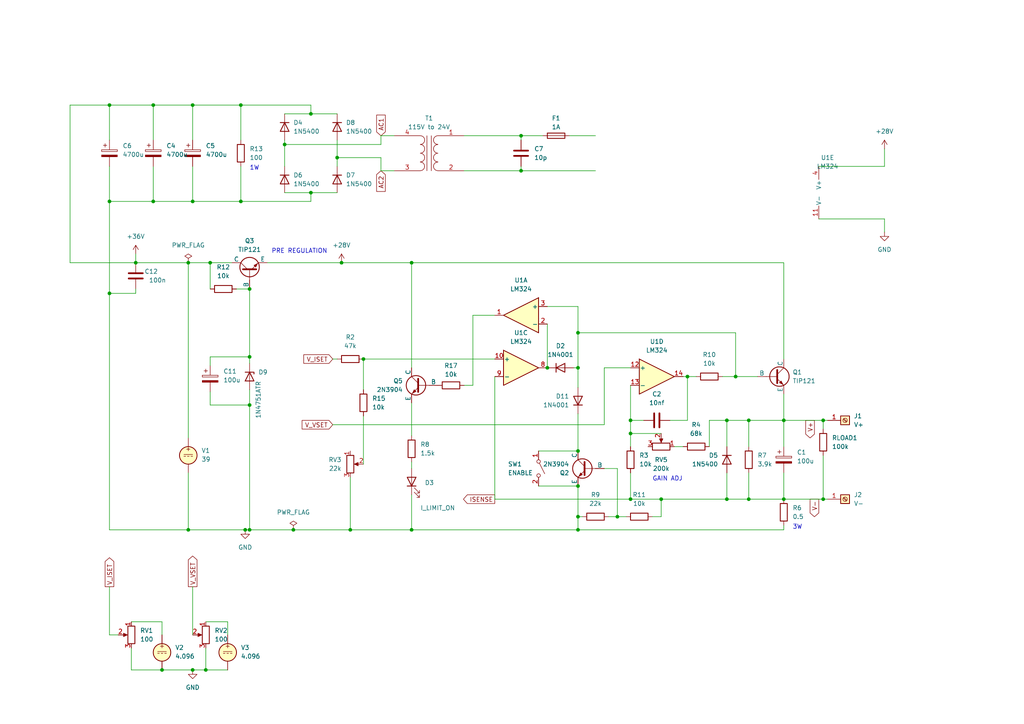
<source format=kicad_sch>
(kicad_sch (version 20230121) (generator eeschema)
  (paper "A4")
  (junction (at 113.03 265.43))
  (junction (at 59.69 194.31))
  (junction (at 90.17 55.88))
  (junction (at 167.64 149.86))
  (junction (at 49.53 246.38))
  (junction (at 109.22 299.72))
  (junction (at 31.75 58.42))
  (junction (at 167.64 153.67))
  (junction (at 86.36 257.81))
  (junction (at 119.38 76.2))
  (junction (at 217.17 144.78))
  (junction (at 144.78 280.67))
  (junction (at 210.82 121.92))
  (junction (at 69.85 58.42))
  (junction (at 213.36 109.22))
  (junction (at 71.12 153.67))
  (junction (at 82.55 41.91))
  (junction (at 199.39 109.22))
  (junction (at 167.64 96.52))
  (junction (at 158.75 106.68))
  (junction (at 167.64 140.97))
  (junction (at 35.56 288.29))
  (junction (at 238.76 275.59))
  (junction (at 167.64 106.68))
  (junction (at 54.61 354.33))
  (junction (at 179.07 149.86))
  (junction (at 227.33 121.92))
  (junction (at 210.82 144.78))
  (junction (at 76.2 257.81))
  (junction (at 119.38 153.67))
  (junction (at 31.75 85.09))
  (junction (at 45.72 288.29))
  (junction (at 55.88 194.31))
  (junction (at 55.88 58.42))
  (junction (at 97.79 45.72))
  (junction (at 151.13 49.53))
  (junction (at 55.88 30.48))
  (junction (at 85.09 153.67))
  (junction (at 191.77 144.78))
  (junction (at 72.39 83.82))
  (junction (at 60.96 76.2))
  (junction (at 67.31 344.17))
  (junction (at 69.85 278.13))
  (junction (at 238.76 121.92))
  (junction (at 72.39 117.475))
  (junction (at 105.41 104.14))
  (junction (at 54.61 153.67))
  (junction (at 44.45 30.48))
  (junction (at 182.88 121.92))
  (junction (at 54.61 76.2))
  (junction (at 99.06 257.81))
  (junction (at 201.93 311.15))
  (junction (at 238.76 144.78))
  (junction (at 120.65 280.67))
  (junction (at 63.5 288.29))
  (junction (at 67.31 354.33))
  (junction (at 182.88 125.73))
  (junction (at 46.99 194.31))
  (junction (at 130.81 345.44))
  (junction (at 182.88 144.78))
  (junction (at 35.56 246.38))
  (junction (at 217.17 121.92))
  (junction (at 135.89 288.29))
  (junction (at 69.85 30.48))
  (junction (at 151.13 39.37))
  (junction (at 3.81 259.08))
  (junction (at 90.17 33.02))
  (junction (at 167.64 130.81))
  (junction (at 39.37 76.2))
  (junction (at 99.06 76.2))
  (junction (at 227.33 144.78))
  (junction (at 120.65 353.06))
  (junction (at 101.6 153.67))
  (junction (at 44.45 58.42))
  (junction (at 121.92 288.29))
  (junction (at 31.75 30.48))
  (junction (at 72.39 103.505))
  (junction (at 72.39 153.67))
  (wire (pts (xy 120.65 353.06) (xy 130.81 353.06)))
  (wire (pts (xy 167.64 88.9) (xy 167.64 96.52)))
  (wire (pts (xy 156.21 140.97) (xy 167.64 140.97)))
  (wire (pts (xy 55.88 30.48) (xy 55.88 40.64)))
  (wire (pts (xy 54.61 351.79) (xy 54.61 354.33)))
  (wire (pts (xy 135.89 331.47) (xy 152.4 331.47)))
  (wire (pts (xy 60.96 113.665) (xy 60.96 117.475)))
  (wire (pts (xy 100.33 299.72) (xy 109.22 299.72)))
  (wire (pts (xy 135.89 288.29) (xy 177.8 288.29)))
  (wire (pts (xy 137.16 91.44) (xy 137.16 111.76)))
  (wire (pts (xy 182.88 111.76) (xy 182.88 121.92)))
  (wire (pts (xy 7.62 243.84) (xy 20.32 243.84)))
  (wire (pts (xy 97.79 45.72) (xy 110.49 45.72)))
  (wire (pts (xy 172.72 313.69) (xy 204.47 313.69)))
  (wire (pts (xy 72.39 117.475) (xy 72.39 153.67)))
  (wire (pts (xy 177.8 288.29) (xy 177.8 285.75)))
  (wire (pts (xy 162.56 377.19) (xy 128.27 377.19)))
  (wire (pts (xy 132.08 288.29) (xy 135.89 288.29)))
  (wire (pts (xy 167.64 149.86) (xy 167.64 153.67)))
  (wire (pts (xy 39.37 73.66) (xy 39.37 76.2)))
  (wire (pts (xy 31.75 170.18) (xy 31.75 184.15)))
  (wire (pts (xy 151.13 49.53) (xy 172.72 49.53)))
  (wire (pts (xy 31.75 58.42) (xy 31.75 85.09)))
  (wire (pts (xy 137.16 91.44) (xy 143.51 91.44)))
  (wire (pts (xy 118.11 285.75) (xy 104.14 285.75)))
  (wire (pts (xy 158.75 88.9) (xy 167.64 88.9)))
  (wire (pts (xy 99.06 76.2) (xy 119.38 76.2)))
  (wire (pts (xy 31.75 153.67) (xy 54.61 153.67)))
  (wire (pts (xy 237.49 48.26) (xy 256.54 48.26)))
  (wire (pts (xy 69.85 30.48) (xy 69.85 40.64)))
  (wire (pts (xy 152.4 328.93) (xy 144.78 328.93)))
  (wire (pts (xy 44.45 30.48) (xy 55.88 30.48)))
  (wire (pts (xy 191.77 149.86) (xy 191.77 144.78)))
  (wire (pts (xy 148.59 311.15) (xy 148.59 312.42)))
  (wire (pts (xy 196.85 321.31) (xy 196.85 332.74)))
  (wire (pts (xy 217.17 129.54) (xy 217.17 121.92)))
  (wire (pts (xy 151.13 39.37) (xy 157.48 39.37)))
  (wire (pts (xy 35.56 284.48) (xy 35.56 288.29)))
  (wire (pts (xy 128.27 363.22) (xy 134.62 363.22)))
  (wire (pts (xy 44.45 30.48) (xy 44.45 40.64)))
  (wire (pts (xy 182.88 137.16) (xy 182.88 144.78)))
  (wire (pts (xy 109.22 309.88) (xy 109.22 326.39)))
  (wire (pts (xy 217.17 121.92) (xy 227.33 121.92)))
  (wire (pts (xy 191.77 326.39) (xy 191.77 337.82)))
  (wire (pts (xy 60.96 83.82) (xy 60.96 76.2)))
  (wire (pts (xy 90.17 58.42) (xy 69.85 58.42)))
  (wire (pts (xy 205.74 121.92) (xy 210.82 121.92)))
  (wire (pts (xy 49.53 236.22) (xy 49.53 233.68)))
  (wire (pts (xy 196.85 332.74) (xy 204.47 332.74)))
  (wire (pts (xy 96.52 104.14) (xy 97.79 104.14)))
  (wire (pts (xy 67.31 344.17) (xy 80.01 344.17)))
  (wire (pts (xy 59.69 180.34) (xy 66.04 180.34)))
  (wire (pts (xy 66.04 184.15) (xy 66.04 180.34)))
  (wire (pts (xy 35.56 246.38) (xy 35.56 255.27)))
  (wire (pts (xy 119.38 153.67) (xy 167.64 153.67)))
  (wire (pts (xy 152.4 294.64) (xy 148.59 294.64)))
  (wire (pts (xy 227.33 129.54) (xy 227.33 121.92)))
  (wire (pts (xy 179.07 149.86) (xy 181.61 149.86)))
  (wire (pts (xy 31.75 58.42) (xy 44.45 58.42)))
  (wire (pts (xy 213.36 96.52) (xy 213.36 109.22)))
  (wire (pts (xy 213.36 109.22) (xy 219.71 109.22)))
  (wire (pts (xy 60.96 117.475) (xy 72.39 117.475)))
  (wire (pts (xy 167.64 140.97) (xy 167.64 149.86)))
  (wire (pts (xy 148.59 294.64) (xy 148.59 298.45)))
  (wire (pts (xy 167.64 106.68) (xy 167.64 96.52)))
  (wire (pts (xy 220.98 275.59) (xy 238.76 275.59)))
  (wire (pts (xy 3.81 248.92) (xy 3.81 259.08)))
  (wire (pts (xy 143.51 109.22) (xy 143.51 144.78)))
  (wire (pts (xy 90.17 55.88) (xy 90.17 58.42)))
  (wire (pts (xy 200.66 298.45) (xy 200.66 303.53)))
  (wire (pts (xy 72.39 113.03) (xy 72.39 117.475)))
  (wire (pts (xy 82.55 55.88) (xy 90.17 55.88)))
  (wire (pts (xy 177.8 285.75) (xy 195.58 285.75)))
  (wire (pts (xy 55.88 30.48) (xy 69.85 30.48)))
  (wire (pts (xy 238.76 121.92) (xy 240.03 121.92)))
  (wire (pts (xy 54.61 354.33) (xy 54.61 356.87)))
  (wire (pts (xy 68.58 83.82) (xy 72.39 83.82)))
  (wire (pts (xy 200.66 311.15) (xy 201.93 311.15)))
  (wire (pts (xy 80.01 351.79) (xy 80.01 354.33)))
  (wire (pts (xy 167.64 120.015) (xy 167.64 130.81)))
  (wire (pts (xy 86.36 257.81) (xy 86.36 270.51)))
  (wire (pts (xy 201.93 320.04) (xy 201.93 322.58)))
  (wire (pts (xy 76.2 241.3) (xy 76.2 247.65)))
  (wire (pts (xy 39.37 83.82) (xy 39.37 85.09)))
  (wire (pts (xy 118.11 334.01) (xy 118.11 285.75)))
  (wire (pts (xy 179.07 135.89) (xy 179.07 149.86)))
  (wire (pts (xy 172.72 318.77) (xy 204.47 318.77)))
  (wire (pts (xy 90.17 33.02) (xy 97.79 33.02)))
  (wire (pts (xy 227.33 137.16) (xy 227.33 144.78)))
  (wire (pts (xy 69.85 278.13) (xy 73.66 278.13)))
  (wire (pts (xy 39.37 302.26) (xy 35.56 302.26)))
  (wire (pts (xy 227.33 121.92) (xy 227.33 114.3)))
  (wire (pts (xy 158.75 93.98) (xy 158.75 106.68)))
  (wire (pts (xy 45.72 285.75) (xy 45.72 288.29)))
  (wire (pts (xy 209.55 109.22) (xy 213.36 109.22)))
  (wire (pts (xy 90.17 55.88) (xy 97.79 55.88)))
  (wire (pts (xy 119.38 76.2) (xy 119.38 106.68)))
  (wire (pts (xy 49.53 243.84) (xy 49.53 246.38)))
  (wire (pts (xy 55.88 194.31) (xy 59.69 194.31)))
  (wire (pts (xy 204.47 308.61) (xy 204.47 298.45)))
  (wire (pts (xy 104.14 278.13) (xy 109.22 278.13)))
  (wire (pts (xy 60.96 103.505) (xy 60.96 106.045)))
  (wire (pts (xy 46.99 194.31) (xy 55.88 194.31)))
  (wire (pts (xy 49.53 233.68) (xy 54.61 233.68)))
  (wire (pts (xy 38.1 180.34) (xy 46.99 180.34)))
  (wire (pts (xy 227.33 144.78) (xy 238.76 144.78)))
  (wire (pts (xy 45.72 275.59) (xy 50.8 275.59)))
  (wire (pts (xy 172.72 323.85) (xy 194.31 323.85)))
  (wire (pts (xy 67.31 351.79) (xy 67.31 354.33)))
  (wire (pts (xy 60.96 76.2) (xy 67.31 76.2)))
  (wire (pts (xy 132.08 265.43) (xy 132.08 262.89)))
  (wire (pts (xy 82.55 41.91) (xy 110.49 41.91)))
  (wire (pts (xy 45.72 278.13) (xy 45.72 275.59)))
  (wire (pts (xy 54.61 354.33) (xy 67.31 354.33)))
  (wire (pts (xy 97.79 40.64) (xy 97.79 45.72)))
  (wire (pts (xy 69.85 48.26) (xy 69.85 58.42)))
  (wire (pts (xy 120.65 353.06) (xy 120.65 355.6)))
  (wire (pts (xy 173.99 283.21) (xy 195.58 283.21)))
  (wire (pts (xy 194.31 323.85) (xy 194.31 335.28)))
  (wire (pts (xy 49.53 246.38) (xy 69.85 246.38)))
  (wire (pts (xy 54.61 153.67) (xy 71.12 153.67)))
  (wire (pts (xy 110.49 49.53) (xy 114.3 49.53)))
  (wire (pts (xy 152.4 303.53) (xy 152.4 294.64)))
  (wire (pts (xy 54.61 137.16) (xy 54.61 153.67)))
  (wire (pts (xy 256.54 48.26) (xy 256.54 43.18)))
  (wire (pts (xy 179.07 135.89) (xy 175.26 135.89)))
  (wire (pts (xy 100.33 302.26) (xy 100.33 299.72)))
  (wire (pts (xy 106.68 345.44) (xy 113.03 345.44)))
  (wire (pts (xy 76.2 257.81) (xy 86.36 257.81)))
  (wire (pts (xy 119.38 133.985) (xy 119.38 135.89)))
  (wire (pts (xy 143.51 144.78) (xy 182.88 144.78)))
  (wire (pts (xy 38.1 246.38) (xy 35.56 246.38)))
  (wire (pts (xy 45.72 246.38) (xy 49.53 246.38)))
  (wire (pts (xy 69.85 246.38) (xy 69.85 278.13)))
  (wire (pts (xy 167.64 149.86) (xy 168.91 149.86)))
  (wire (pts (xy 62.23 344.17) (xy 67.31 344.17)))
  (wire (pts (xy 204.47 298.45) (xy 200.66 298.45)))
  (wire (pts (xy 20.32 76.2) (xy 39.37 76.2)))
  (wire (pts (xy 3.81 248.92) (xy 20.32 248.92)))
  (wire (pts (xy 182.88 106.68) (xy 175.26 106.68)))
  (wire (pts (xy 172.72 298.45) (xy 172.72 303.53)))
  (wire (pts (xy 69.85 30.48) (xy 90.17 30.48)))
  (wire (pts (xy 67.31 354.33) (xy 80.01 354.33)))
  (wire (pts (xy 21.59 255.27) (xy 27.94 255.27)))
  (wire (pts (xy 101.6 138.43) (xy 101.6 153.67)))
  (wire (pts (xy 24.13 276.86) (xy 35.56 276.86)))
  (wire (pts (xy 86.36 257.81) (xy 99.06 257.81)))
  (wire (pts (xy 82.55 41.91) (xy 82.55 48.26)))
  (wire (pts (xy 119.38 76.2) (xy 227.33 76.2)))
  (wire (pts (xy 172.72 316.23) (xy 204.47 316.23)))
  (wire (pts (xy 90.17 33.02) (xy 90.17 30.48)))
  (wire (pts (xy 45.72 288.29) (xy 63.5 288.29)))
  (wire (pts (xy 227.33 153.67) (xy 227.33 152.4)))
  (wire (pts (xy 194.31 121.92) (xy 199.39 121.92)))
  (wire (pts (xy 46.99 332.74) (xy 46.99 344.17)))
  (wire (pts (xy 134.62 39.37) (xy 151.13 39.37)))
  (wire (pts (xy 110.49 39.37) (xy 110.49 41.91)))
  (wire (pts (xy 20.32 30.48) (xy 20.32 76.2)))
  (wire (pts (xy 63.5 288.29) (xy 73.66 288.29)))
  (wire (pts (xy 204.47 320.04) (xy 201.93 320.04)))
  (wire (pts (xy 256.54 63.5) (xy 256.54 67.31)))
  (wire (pts (xy 72.39 83.82) (xy 72.39 103.505)))
  (wire (pts (xy 121.92 290.83) (xy 121.92 288.29)))
  (wire (pts (xy 204.47 327.66) (xy 204.47 320.04)))
  (wire (pts (xy 85.09 153.67) (xy 101.6 153.67)))
  (wire (pts (xy 201.93 311.15) (xy 204.47 311.15)))
  (wire (pts (xy 39.37 295.91) (xy 39.37 302.26)))
  (wire (pts (xy 151.13 39.37) (xy 151.13 40.64)))
  (wire (pts (xy 121.92 288.29) (xy 124.46 288.29)))
  (wire (pts (xy 208.28 262.89) (xy 208.28 270.51)))
  (wire (pts (xy 191.77 144.78) (xy 210.82 144.78)))
  (wire (pts (xy 77.47 76.2) (xy 99.06 76.2)))
  (wire (pts (xy 60.96 103.505) (xy 72.39 103.505)))
  (wire (pts (xy 105.41 104.14) (xy 143.51 104.14)))
  (wire (pts (xy 167.64 96.52) (xy 213.36 96.52)))
  (wire (pts (xy 99.06 265.43) (xy 113.03 265.43)))
  (wire (pts (xy 69.85 58.42) (xy 55.88 58.42)))
  (wire (pts (xy 3.81 259.08) (xy 17.78 259.08)))
  (wire (pts (xy 162.56 344.17) (xy 162.56 377.19)))
  (wire (pts (xy 238.76 144.78) (xy 240.03 144.78)))
  (wire (pts (xy 35.56 288.29) (xy 45.72 288.29)))
  (wire (pts (xy 114.3 39.37) (xy 110.49 39.37)))
  (wire (pts (xy 182.88 121.92) (xy 182.88 125.73)))
  (wire (pts (xy 238.76 270.51) (xy 238.76 275.59)))
  (wire (pts (xy 3.81 259.08) (xy 3.81 260.35)))
  (wire (pts (xy 35.56 288.29) (xy 35.56 292.1)))
  (wire (pts (xy 227.33 76.2) (xy 227.33 104.14)))
  (wire (pts (xy 237.49 63.5) (xy 256.54 63.5)))
  (wire (pts (xy 151.13 48.26) (xy 151.13 49.53)))
  (wire (pts (xy 165.1 39.37) (xy 172.72 39.37)))
  (wire (pts (xy 109.22 326.39) (xy 152.4 326.39)))
  (wire (pts (xy 182.88 125.73) (xy 191.77 125.73)))
  (wire (pts (xy 109.22 302.26) (xy 109.22 299.72)))
  (wire (pts (xy 31.75 30.48) (xy 44.45 30.48)))
  (wire (pts (xy 119.38 116.84) (xy 119.38 126.365)))
  (wire (pts (xy 44.45 58.42) (xy 55.88 58.42)))
  (wire (pts (xy 189.23 149.86) (xy 191.77 149.86)))
  (wire (pts (xy 38.1 194.31) (xy 46.99 194.31)))
  (wire (pts (xy 128.27 377.19) (xy 128.27 363.22)))
  (wire (pts (xy 144.78 280.67) (xy 195.58 280.67)))
  (wire (pts (xy 72.39 103.505) (xy 72.39 105.41)))
  (wire (pts (xy 101.6 153.67) (xy 119.38 153.67)))
  (wire (pts (xy 167.64 106.68) (xy 166.37 106.68)))
  (wire (pts (xy 199.39 121.92) (xy 199.39 109.22)))
  (wire (pts (xy 238.76 121.92) (xy 238.76 124.46)))
  (wire (pts (xy 55.88 184.15) (xy 55.88 170.18)))
  (wire (pts (xy 82.55 40.64) (xy 82.55 41.91)))
  (wire (pts (xy 179.07 149.86) (xy 176.53 149.86)))
  (wire (pts (xy 167.64 153.67) (xy 227.33 153.67)))
  (wire (pts (xy 182.88 125.73) (xy 182.88 129.54)))
  (wire (pts (xy 184.15 311.15) (xy 184.15 288.29)))
  (wire (pts (xy 208.28 293.37) (xy 208.28 295.91)))
  (wire (pts (xy 238.76 132.08) (xy 238.76 144.78)))
  (wire (pts (xy 54.61 76.2) (xy 60.96 76.2)))
  (wire (pts (xy 71.12 153.67) (xy 72.39 153.67)))
  (wire (pts (xy 205.74 129.54) (xy 205.74 121.92)))
  (wire (pts (xy 217.17 137.16) (xy 217.17 144.78)))
  (wire (pts (xy 191.77 337.82) (xy 204.47 337.82)))
  (wire (pts (xy 184.15 288.29) (xy 195.58 288.29)))
  (wire (pts (xy 119.38 143.51) (xy 119.38 153.67)))
  (wire (pts (xy 198.12 109.22) (xy 199.39 109.22)))
  (wire (pts (xy 182.88 121.92) (xy 186.69 121.92)))
  (wire (pts (xy 39.37 76.2) (xy 54.61 76.2)))
  (wire (pts (xy 134.62 111.76) (xy 137.16 111.76)))
  (wire (pts (xy 172.72 326.39) (xy 191.77 326.39)))
  (wire (pts (xy 67.31 332.74) (xy 67.31 344.17)))
  (wire (pts (xy 31.75 85.09) (xy 31.75 153.67)))
  (wire (pts (xy 220.98 288.29) (xy 238.76 288.29)))
  (wire (pts (xy 152.4 311.15) (xy 148.59 311.15)))
  (wire (pts (xy 44.45 48.26) (xy 44.45 58.42)))
  (wire (pts (xy 54.61 76.2) (xy 54.61 127)))
  (wire (pts (xy 109.22 299.72) (xy 109.22 278.13)))
  (wire (pts (xy 142.24 345.44) (xy 142.24 353.06)))
  (wire (pts (xy 104.14 280.67) (xy 120.65 280.67)))
  (wire (pts (xy 210.82 137.16) (xy 210.82 144.78)))
  (wire (pts (xy 20.32 30.48) (xy 31.75 30.48)))
  (wire (pts (xy 195.58 129.54) (xy 198.12 129.54)))
  (wire (pts (xy 96.52 123.19) (xy 175.26 123.19)))
  (wire (pts (xy 144.78 280.67) (xy 144.78 328.93)))
  (wire (pts (xy 182.88 144.78) (xy 191.77 144.78)))
  (wire (pts (xy 120.65 262.89) (xy 120.65 280.67)))
  (wire (pts (xy 76.2 257.81) (xy 76.2 259.08)))
  (wire (pts (xy 31.75 30.48) (xy 31.75 40.64)))
  (wire (pts (xy 105.41 120.65) (xy 105.41 134.62)))
  (wire (pts (xy 172.72 321.31) (xy 196.85 321.31)))
  (wire (pts (xy 217.17 144.78) (xy 227.33 144.78)))
  (wire (pts (xy 76.2 255.27) (xy 76.2 257.81)))
  (wire (pts (xy 46.99 184.15) (xy 46.99 180.34)))
  (wire (pts (xy 59.69 187.96) (xy 59.69 194.31)))
  (wire (pts (xy 128.27 345.44) (xy 130.81 345.44)))
  (wire (pts (xy 132.08 262.89) (xy 120.65 262.89)))
  (wire (pts (xy 167.64 106.68) (xy 167.64 112.395)))
  (wire (pts (xy 31.75 184.15) (xy 34.29 184.15)))
  (wire (pts (xy 120.65 280.67) (xy 137.16 280.67)))
  (wire (pts (xy 31.75 85.09) (xy 39.37 85.09)))
  (wire (pts (xy 130.81 345.44) (xy 142.24 345.44)))
  (wire (pts (xy 210.82 121.92) (xy 217.17 121.92)))
  (wire (pts (xy 175.26 106.68) (xy 175.26 123.19)))
  (wire (pts (xy 135.89 331.47) (xy 135.89 288.29)))
  (wire (pts (xy 210.82 129.54) (xy 210.82 121.92)))
  (wire (pts (xy 156.21 130.81) (xy 167.64 130.81)))
  (wire (pts (xy 82.55 33.02) (xy 90.17 33.02)))
  (wire (pts (xy 227.33 121.92) (xy 238.76 121.92)))
  (wire (pts (xy 99.06 257.81) (xy 113.03 257.81)))
  (wire (pts (xy 199.39 109.22) (xy 201.93 109.22)))
  (wire (pts (xy 194.31 335.28) (xy 204.47 335.28)))
  (wire (pts (xy 175.26 306.07) (xy 170.18 306.07)))
  (wire (pts (xy 134.62 49.53) (xy 151.13 49.53)))
  (wire (pts (xy 31.75 48.26) (xy 31.75 58.42)))
  (wire (pts (xy 97.79 48.26) (xy 97.79 45.72)))
  (wire (pts (xy 104.14 288.29) (xy 121.92 288.29)))
  (wire (pts (xy 238.76 275.59) (xy 238.76 288.29)))
  (wire (pts (xy 38.1 187.96) (xy 38.1 194.31)))
  (wire (pts (xy 118.11 334.01) (xy 152.4 334.01)))
  (wire (pts (xy 55.88 48.26) (xy 55.88 58.42)))
  (wire (pts (xy 170.18 311.15) (xy 184.15 311.15)))
  (wire (pts (xy 72.39 153.67) (xy 85.09 153.67)))
  (wire (pts (xy 3.81 267.97) (xy 20.32 267.97)))
  (wire (pts (xy 110.49 45.72) (xy 110.49 49.53)))
  (wire (pts (xy 210.82 144.78) (xy 217.17 144.78)))
  (wire (pts (xy 105.41 104.14) (xy 105.41 113.03)))
  (wire (pts (xy 59.69 194.31) (xy 66.04 194.31)))
  (text "3W" (at 229.87 153.67 0) (effects (font (size 1.27 1.27)) (justify left bottom)))
  (text "NOTE: This isn't the true output voltage, \nsince it doesn't take the drop caused by \nthe low side sense into account. But since we \ncollect that drop for the current measurement, \nwe can use it to recover the true output voltage \nin software." (at 45.72 316.23 0) (effects (font (size 1.27 1.27)) (justify left bottom)))
  (text "IN/~{OUT}" (at 181.61 313.69 0) (effects (font (size 1.27 1.27)) (justify left bottom)))
  (text "GAIN ADJ" (at 189.23 139.7 0) (effects (font (size 1.27 1.27)) (justify left bottom)))
  (text "PRE REGULATION" (at 78.74 73.66 0) (effects (font (size 1.27 1.27)) (justify left bottom)))
  (text "1W" (at 72.39 49.53 0) (effects (font (size 1.27 1.27)) (justify left bottom)))
  (global_label "VREF" (shape input) (at 50.8 275.59 0) (property "Intersheetrefs" "${INTERSHEET_REFS}" (effects hide)))
  (global_label "AC1" (shape input) (at 110.49 39.37 90) (property "Intersheetrefs" "${INTERSHEET_REFS}" (effects hide)))
  (global_label "V_VSET" (shape output) (at 220.98 285.75 0) (property "Intersheetrefs" "${INTERSHEET_REFS}" (effects hide)))
  (global_label "V_ISET" (shape output) (at 31.75 170.18 90) (property "Intersheetrefs" "${INTERSHEET_REFS}" (effects hide)))
  (global_label "V_ISET" (shape input) (at 96.52 104.14 180) (property "Intersheetrefs" "${INTERSHEET_REFS}" (effects hide)))
  (global_label "V+" (shape output) (at 234.95 121.92 270) (property "Intersheetrefs" "${INTERSHEET_REFS}" (effects hide)))
  (global_label "V_ISET" (shape output) (at 220.98 278.13 0) (property "Intersheetrefs" "${INTERSHEET_REFS}" (effects hide)))
  (global_label "V-" (shape output) (at 236.22 144.78 270) (property "Intersheetrefs" "${INTERSHEET_REFS}" (effects hide)))
  (global_label "ISENSE" (shape output) (at 143.51 144.78 180) (property "Intersheetrefs" "${INTERSHEET_REFS}" (effects hide)))
  (global_label "VREF" (shape input) (at 238.76 270.51 0) (property "Intersheetrefs" "${INTERSHEET_REFS}" (effects hide)))
  (global_label "V_VSET" (shape input) (at 96.52 123.19 180) (property "Intersheetrefs" "${INTERSHEET_REFS}" (effects hide)))
  (global_label "AC2" (shape input) (at 110.49 49.53 270) (property "Intersheetrefs" "${INTERSHEET_REFS}" (effects hide)))
  (global_label "VREF" (shape input) (at 54.61 233.68 0) (property "Intersheetrefs" "${INTERSHEET_REFS}" (effects hide)))
  (global_label "V_VSET" (shape output) (at 55.88 170.18 90) (property "Intersheetrefs" "${INTERSHEET_REFS}" (effects hide)))
  (global_label "ISENSE" (shape input) (at 7.62 243.84 180) (property "Intersheetrefs" "${INTERSHEET_REFS}" (effects hide)))
  (global_label "V+" (shape input) (at 24.13 276.86 180) (property "Intersheetrefs" "${INTERSHEET_REFS}" (effects hide)))
  (symbol (lib_id "power:GND") (at 35.56 309.88 0) (unit 1)
    (property "Reference" "#PWR09" (effects hide))
    (property "Value" "GND" (at 35.56 314.96 0))
  )
  (symbol (lib_id "power:GND") (at 113.03 265.43 0) (unit 1)
    (property "Reference" "#PWR036" (effects hide))
    (property "Value" "GND" (at 113.03 270.51 0))
  )
  (symbol (lib_id "Diode:1N4001") (at 162.56 106.68 0) (unit 1)
    (property "Reference" "D2" (at 162.56 100.33 0))
    (property "Value" "1N4001" (at 162.56 102.87 0))
    (property "Footprint" "Diode_THT:D_DO-41_SOD81_P10.16mm_Horizontal" (effects hide))
    (property "Datasheet" "http://www.vishay.com/docs/88503/1n4001.pdf" (effects hide))
    (property "Sim.Device" "D" (effects hide))
    (property "Sim.Pins" "1=K 2=A" (effects hide))
  )
  (symbol (lib_id "Amplifier_Operational:LM324") (at 240.03 55.88 0) (unit 5)
    (property "Reference" "U1" (at 240.03 45.72 0))
    (property "Value" "LM324" (at 240.03 48.26 0))
    (property "Footprint" "Package_DIP:DIP-14_W7.62mm" (effects hide))
    (property "Datasheet" "http://www.ti.com/lit/ds/symlink/lm2902-n.pdf" (effects hide))
  )
  (symbol (lib_id "Device:C") (at 67.31 347.98 0) (unit 1)
    (property "Reference" "C3" (at 71.12 346.71 0) (effects (justify left)))
    (property "Value" "100n" (at 71.12 349.25 0) (effects (justify left)))
    (property "Footprint" "Capacitor_THT:C_Rect_L10.0mm_W2.5mm_P7.50mm_MKS4" (effects hide))
  )
  (symbol (lib_id "power:GND") (at 148.59 312.42 0) (unit 1)
    (property "Reference" "#PWR018" (effects hide))
    (property "Value" "GND" (at 148.59 317.5 0))
  )
  (symbol (lib_id "Device:Fuse") (at 161.29 39.37 90) (unit 1) (on_board no)
    (property "Reference" "F1" (at 161.29 34.29 90))
    (property "Value" "1A" (at 161.29 36.83 90))
    (property "Footprint" "Fuse:Fuseholder_Littelfuse_100_series_5x20mm" (effects hide))
    (property "Sim.Enable" "0" (effects hide))
  )
  (symbol (lib_id "Simulation_SPICE:NPN") (at 224.79 109.22 0) (unit 1)
    (property "Reference" "Q1" (at 229.87 107.95 0) (effects (justify left)))
    (property "Value" "TIP121" (at 229.87 110.49 0) (effects (justify left)))
    (property "Footprint" "Package_TO_SOT_THT:TO-220-3_Vertical" (effects hide))
    (property "Sim.Device" "SUBCKT" (effects hide))
    (property "Sim.Pins" "1=1 2=2 3=3" (effects hide))
    (property "Sim.Library" "tip121.txt" (effects hide))
    (property "Sim.Name" "tip121" (effects hide))
  )
  (symbol (lib_id "Analog_DAC:MCP4922") (at 208.28 280.67 0) (unit 1)
    (property "Reference" "U3" (at 210.4741 268.605 0) (effects (justify left)))
    (property "Value" "MCP4922" (at 210.4741 271.145 0) (effects (justify left)))
    (property "Footprint" "Package_DIP:DIP-14_W7.62mm" (effects hide))
    (property "Datasheet" "http://ww1.microchip.com/downloads/en/DeviceDoc/22250A.pdf" (effects hide))
    (property "Sim.Device" "SUBCKT" (effects hide))
    (property "Sim.Pins" "1=VDD 2=NC2 3=CS_BAR 4=SCK 5=SDI 6=NC6 7=NC7 8=LDAC_BAR 9=SHDN_BAR 10=VB 11=VREFB 12=VSS 13=VREFA 14=VA" (effects hide))
    (property "Sim.Library" "mcp4922.mod" (effects hide))
    (property "Sim.Name" "MCP4922" (effects hide))
    (property "Sim.Enable" "0" (effects hide))
  )
  (symbol (lib_id "power:+5V") (at 201.93 311.15 90) (unit 1)
    (property "Reference" "#PWR016" (effects hide))
    (property "Value" "+5V" (at 198.12 311.15 90) (effects (justify left)))
  )
  (symbol (lib_id "Device:D") (at 97.79 36.83 270) (unit 1)
    (property "Reference" "D8" (at 100.33 35.56 90) (effects (justify left)))
    (property "Value" "1N5400" (at 100.33 38.1 90) (effects (justify left)))
    (property "Footprint" "Diode_THT:D_DO-201AD_P12.70mm_Horizontal" (effects hide))
    (property "Sim.Device" "D" (effects hide))
    (property "Sim.Pins" "1=K 2=A" (effects hide))
  )
  (symbol (lib_id "power:GND") (at 120.65 355.6 0) (unit 1)
    (property "Reference" "#PWR034" (effects hide))
    (property "Value" "GND" (at 120.65 360.68 0))
  )
  (symbol (lib_id "Device:R_Potentiometer") (at 59.69 184.15 0) (mirror y) (unit 1) (in_bom no) (on_board no)
    (property "Reference" "RV2" (at 62.23 182.88 0) (effects (justify right)))
    (property "Value" "100" (at 62.23 185.42 0) (effects (justify right)))
    (property "Sim.Device" "R" (effects hide))
    (property "Sim.Type" "POT" (effects hide))
    (property "Sim.Pins" "1=r0 2=wiper 3=r1" (effects hide))
    (property "Sim.Params" "r=100 pos=0" (effects hide))
  )
  (symbol (lib_id "Device:R") (at 227.33 148.59 0) (unit 1)
    (property "Reference" "R6" (at 229.87 147.32 0) (effects (justify left)))
    (property "Value" "0.5" (at 229.87 149.86 0) (effects (justify left)))
    (property "Footprint" "Resistor_THT:R_Axial_Power_L20.0mm_W6.4mm_P25.40mm" (effects hide))
  )
  (symbol (lib_id "power:PWR_FLAG") (at 85.09 153.67 0) (unit 1)
    (property "Reference" "#FLG02" (effects hide))
    (property "Value" "PWR_FLAG" (at 85.09 148.59 0))
  )
  (symbol (lib_id "Device:C") (at 151.13 44.45 0) (unit 1) (on_board no)
    (property "Reference" "C7" (at 154.94 43.18 0) (effects (justify left)))
    (property "Value" "10p" (at 154.94 45.72 0) (effects (justify left)))
    (property "Sim.Enable" "0" (effects hide))
  )
  (symbol (lib_id "power:GND") (at 54.61 356.87 0) (unit 1)
    (property "Reference" "#PWR033" (effects hide))
    (property "Value" "GND" (at 54.61 361.95 0))
  )
  (symbol (lib_id "Device:R") (at 35.56 306.07 0) (unit 1)
    (property "Reference" "R18" (at 38.1 304.8 0) (effects (justify left)))
    (property "Value" "10k" (at 38.1 307.34 0) (effects (justify left)))
    (property "Footprint" "Resistor_THT:R_Axial_DIN0204_L3.6mm_D1.6mm_P7.62mm_Horizontal" (effects hide))
  )
  (symbol (lib_id "Device:C") (at 99.06 261.62 0) (unit 1)
    (property "Reference" "C15" (at 102.87 260.35 0) (effects (justify left)))
    (property "Value" "100n" (at 102.87 262.89 0) (effects (justify left)))
    (property "Footprint" "Capacitor_THT:C_Rect_L10.0mm_W2.5mm_P7.50mm_MKS4" (effects hide))
  )
  (symbol (lib_id "Device:R") (at 140.97 280.67 90) (unit 1)
    (property "Reference" "R22" (at 140.97 274.32 90))
    (property "Value" "100" (at 140.97 276.86 90))
    (property "Footprint" "Resistor_THT:R_Axial_DIN0204_L3.6mm_D1.6mm_P7.62mm_Horizontal" (effects hide))
  )
  (symbol (lib_id "power:GND") (at 200.66 303.53 0) (unit 1)
    (property "Reference" "#PWR026" (effects hide))
    (property "Value" "GND" (at 200.66 308.61 0))
  )
  (symbol (lib_id "power:+30V") (at 106.68 345.44 90) (unit 1)
    (property "Reference" "#PWR027" (effects hide))
    (property "Value" "+30V" (at 102.87 345.44 90) (effects (justify left)))
  )
  (symbol (lib_id "Device:D") (at 167.64 116.205 270) (mirror x) (unit 1)
    (property "Reference" "D11" (at 165.1 114.935 90) (effects (justify right)))
    (property "Value" "1N4001" (at 165.1 117.475 90) (effects (justify right)))
    (property "Footprint" "Diode_THT:D_DO-41_SOD81_P10.16mm_Horizontal" (effects hide))
    (property "Sim.Device" "D" (effects hide))
    (property "Sim.Pins" "1=K 2=A" (effects hide))
  )
  (symbol (lib_id "Device:LED") (at 119.38 139.7 90) (unit 1)
    (property "Reference" "D3" (at 123.19 140.0175 90) (effects (justify right)))
    (property "Value" "I_LIMIT_ON" (at 121.92 147.32 90) (effects (justify right)))
    (property "Footprint" "Diode_THT:D_DO-35_SOD27_P5.08mm_Vertical_KathodeUp" (effects hide))
    (property "Sim.Device" "D" (effects hide))
    (property "Sim.Pins" "1=A 2=K" (effects hide))
  )
  (symbol (lib_id "Amplifier_Operational:LM324") (at 27.94 246.38 0) (unit 2)
    (property "Reference" "U1" (at 27.94 236.22 0))
    (property "Value" "LM324" (at 27.94 238.76 0))
    (property "Footprint" "Package_DIP:DIP-14_W7.62mm" (effects hide))
    (property "Datasheet" "http://www.ti.com/lit/ds/symlink/lm2902-n.pdf" (effects hide))
  )
  (symbol (lib_id "Device:R") (at 217.17 133.35 0) (unit 1)
    (property "Reference" "R7" (at 219.71 132.08 0) (effects (justify left)))
    (property "Value" "3.9k" (at 219.71 134.62 0) (effects (justify left)))
    (property "Footprint" "Resistor_THT:R_Axial_DIN0204_L3.6mm_D1.6mm_P7.62mm_Horizontal" (effects hide))
  )
  (symbol (lib_id "Simulation_SPICE:VDC") (at 46.99 189.23 0) (unit 1) (in_bom no) (on_board no)
    (property "Reference" "V2" (at 50.8 187.8302 0) (effects (justify left)))
    (property "Value" "4.096" (at 50.8 190.3702 0) (effects (justify left)))
    (property "Sim.Pins" "1=+ 2=-" (effects hide))
    (property "Sim.Type" "DC" (effects hide))
    (property "Sim.Device" "V" (effects hide))
  )
  (symbol (lib_id "power:GND") (at 20.32 267.97 0) (unit 1)
    (property "Reference" "#PWR07" (effects hide))
    (property "Value" "GND" (at 20.32 273.05 0))
  )
  (symbol (lib_id "Motor:Fan_4pin") (at 142.24 360.68 0) (unit 1)
    (property "Reference" "M1" (at 147.32 359.41 0) (effects (justify left)))
    (property "Value" "Fan_4pin" (at 147.32 361.95 0) (effects (justify left)))
    (property "Footprint" "Connector_Molex:Molex_KK-254_AE-6410-04A_1x04_P2.54mm_Vertical" (effects hide))
    (property "Datasheet" "http://www.formfactors.org/developer%5Cspecs%5Crev1_2_public.pdf" (effects hide))
  )
  (symbol (lib_id "power:GND") (at 55.88 194.31 0) (unit 1)
    (property "Reference" "#PWR06" (effects hide))
    (property "Value" "GND" (at 55.88 199.39 0))
  )
  (symbol (lib_id "Device:C_Polarized") (at 227.33 133.35 0) (unit 1)
    (property "Reference" "C1" (at 231.14 131.191 0) (effects (justify left)))
    (property "Value" "100u" (at 231.14 133.731 0) (effects (justify left)))
    (property "Footprint" "Capacitor_THT:CP_Radial_D8.0mm_P3.50mm" (effects hide))
  )
  (symbol (lib_id "Connector:Screw_Terminal_01x01") (at 245.11 144.78 0) (unit 1) (on_board no)
    (property "Reference" "J2" (at 247.65 143.51 0) (effects (justify left)))
    (property "Value" "V-" (at 247.65 146.05 0) (effects (justify left)))
    (property "Sim.Enable" "0" (effects hide))
  )
  (symbol (lib_id "Headers:Rotary_Header") (at 210.82 325.12 0) (mirror y) (unit 1)
    (property "Reference" "H1" (at 210.185 321.31 0))
    (property "Value" "Current" (at 210.185 323.85 0))
    (property "Footprint" "Arduino:5 Pin Header" (effects hide))
  )
  (symbol (lib_id "power:+5V") (at 172.72 298.45 0) (unit 1)
    (property "Reference" "#PWR017" (effects hide))
    (property "Value" "+5V" (at 172.72 293.37 0))
  )
  (symbol (lib_id "Device:R") (at 128.27 288.29 90) (unit 1)
    (property "Reference" "R21" (at 128.27 281.94 90))
    (property "Value" "100" (at 128.27 284.48 90))
    (property "Footprint" "Resistor_THT:R_Axial_DIN0204_L3.6mm_D1.6mm_P7.62mm_Horizontal" (effects hide))
  )
  (symbol (lib_id "Device:C") (at 39.37 80.01 0) (unit 1)
    (property "Reference" "C12" (at 41.91 78.74 0) (effects (justify left)))
    (property "Value" "100n" (at 43.18 81.28 0) (effects (justify left)))
    (property "Footprint" "Capacitor_THT:C_Rect_L10.0mm_W2.5mm_P7.50mm_MKS4" (effects hide))
  )
  (symbol (lib_id "Connector:Screw_Terminal_01x01") (at 245.11 121.92 0) (unit 1) (on_board no)
    (property "Reference" "J1" (at 247.65 120.65 0) (effects (justify left)))
    (property "Value" "V+" (at 247.65 123.19 0) (effects (justify left)))
    (property "Sim.Enable" "0" (effects hide))
  )
  (symbol (lib_id "Device:C_Polarized") (at 113.03 261.62 180) (unit 1)
    (property "Reference" "C16" (at 116.84 261.239 0) (effects (justify right)))
    (property "Value" "10u" (at 116.84 263.779 0) (effects (justify right)))
    (property "Footprint" "Capacitor_THT:CP_Radial_D8.0mm_P3.50mm" (effects hide))
  )
  (symbol (lib_id "Simulation_SPICE:NPN") (at 72.39 78.74 90) (unit 1)
    (property "Reference" "Q3" (at 72.39 69.85 90))
    (property "Value" "TIP121" (at 72.39 72.39 90))
    (property "Footprint" "Package_TO_SOT_THT:TO-220-3_Vertical" (effects hide))
    (property "Sim.Device" "SUBCKT" (effects hide))
    (property "Sim.Pins" "1=1 2=2 3=3" (effects hide))
    (property "Sim.Library" "tip121.txt" (effects hide))
    (property "Sim.Name" "tip121" (effects hide))
  )
  (symbol (lib_id "Device:R") (at 3.81 264.16 0) (unit 1)
    (property "Reference" "R5" (at 6.35 262.89 0) (effects (justify left)))
    (property "Value" "10k" (at 6.35 265.43 0) (effects (justify left)))
    (property "Footprint" "Resistor_THT:R_Axial_DIN0204_L3.6mm_D1.6mm_P7.62mm_Horizontal" (effects hide))
  )
  (symbol (lib_id "power:+36V") (at 39.37 73.66 0) (unit 1)
    (property "Reference" "#PWR02" (effects hide))
    (property "Value" "+36V" (at 39.37 68.58 0))
  )
  (symbol (lib_id "power:GND") (at 201.93 322.58 0) (unit 1)
    (property "Reference" "#PWR023" (effects hide))
    (property "Value" "GND" (at 201.93 327.66 0))
  )
  (symbol (lib_id "Device:R_Potentiometer") (at 35.56 295.91 0) (unit 1)
    (property "Reference" "RV4" (at 33.02 294.64 0) (effects (justify right)))
    (property "Value" "10k" (at 33.02 297.18 0) (effects (justify right)))
    (property "Footprint" "Potentiometer_THT:Potentiometer_Bourns_3339H_Vertical" (effects hide))
    (property "Sim.Device" "R" (effects hide))
    (property "Sim.Type" "POT" (effects hide))
    (property "Sim.Pins" "1=r0 2=wiper 3=r1" (effects hide))
    (property "Sim.Params" "r=10k" (effects hide))
  )
  (symbol (lib_id "Device:R") (at 130.81 111.76 90) (unit 1)
    (property "Reference" "R17" (at 130.81 106.045 90))
    (property "Value" "10k" (at 130.81 108.585 90))
    (property "Footprint" "Resistor_THT:R_Axial_DIN0204_L3.6mm_D1.6mm_P7.62mm_Horizontal" (effects hide))
  )
  (symbol (lib_id "power:+5V") (at 204.47 330.2 90) (unit 1)
    (property "Reference" "#PWR022" (effects hide))
    (property "Value" "+5V" (at 200.66 330.2 90) (effects (justify left)))
  )
  (symbol (lib_id "Device:R") (at 76.2 251.46 0) (unit 1)
    (property "Reference" "R1" (at 78.105 250.19 0) (effects (justify left)))
    (property "Value" "1k" (at 78.105 252.73 0) (effects (justify left)))
    (property "Footprint" "Resistor_THT:R_Axial_DIN0204_L3.6mm_D1.6mm_P7.62mm_Horizontal" (effects hide))
  )
  (symbol (lib_id "Device:C") (at 190.5 121.92 90) (unit 1)
    (property "Reference" "C2" (at 190.5 114.3 90))
    (property "Value" "10nf" (at 190.5 116.84 90))
    (property "Footprint" "Capacitor_THT:C_Rect_L10.0mm_W2.5mm_P7.50mm_MKS4" (effects hide))
  )
  (symbol (lib_id "Device:R_Potentiometer") (at 101.6 134.62 0) (unit 1)
    (property "Reference" "RV3" (at 99.06 133.35 0) (effects (justify right)))
    (property "Value" "22k" (at 99.06 135.89 0) (effects (justify right)))
    (property "Footprint" "Potentiometer_THT:Potentiometer_Bourns_3339H_Vertical" (effects hide))
    (property "Sim.Device" "R" (effects hide))
    (property "Sim.Type" "POT" (effects hide))
    (property "Sim.Pins" "1=r0 2=wiper 3=r1" (effects hide))
    (property "Sim.Params" "r=22k pos=0.36" (effects hide))
  )
  (symbol (lib_id "Device:R_Potentiometer") (at 17.78 255.27 270) (unit 1)
    (property "Reference" "RV6" (at 17.78 248.92 90))
    (property "Value" "20k" (at 17.78 251.46 90))
    (property "Footprint" "Potentiometer_THT:Potentiometer_Bourns_3339H_Vertical" (effects hide))
  )
  (symbol (lib_id "Device:D") (at 82.55 36.83 270) (unit 1)
    (property "Reference" "D4" (at 85.09 35.56 90) (effects (justify left)))
    (property "Value" "1N5400" (at 85.09 38.1 90) (effects (justify left)))
    (property "Footprint" "Diode_THT:D_DO-201AD_P12.70mm_Horizontal" (effects hide))
    (property "Sim.Device" "D" (effects hide))
    (property "Sim.Pins" "1=K 2=A" (effects hide))
  )
  (symbol (lib_id "Device:R") (at 100.33 306.07 0) (unit 1)
    (property "Reference" "R23" (at 102.87 304.8 0) (effects (justify left)))
    (property "Value" "470" (at 102.87 307.34 0) (effects (justify left)))
    (property "Footprint" "Resistor_THT:R_Axial_DIN0204_L3.6mm_D1.6mm_P7.62mm_Horizontal" (effects hide))
  )
  (symbol (lib_id "power:GND") (at 71.12 153.67 0) (unit 1)
    (property "Reference" "#PWR01" (effects hide))
    (property "Value" "GND" (at 71.12 158.75 0))
  )
  (symbol (lib_id "Device:R") (at 69.85 44.45 0) (unit 1)
    (property "Reference" "R13" (at 72.39 43.18 0) (effects (justify left)))
    (property "Value" "100" (at 72.39 45.72 0) (effects (justify left)))
    (property "Footprint" "Resistor_THT:R_Axial_DIN0204_L3.6mm_D1.6mm_P7.62mm_Horizontal" (effects hide))
  )
  (symbol (lib_id "power:+5V") (at 195.58 275.59 0) (unit 1)
    (property "Reference" "#PWR013" (effects hide))
    (property "Value" "+5V" (at 195.58 270.51 0))
  )
  (symbol (lib_id "Reference_Voltage:LM4040DBZ-2.0") (at 76.2 262.89 90) (mirror x) (unit 1)
    (property "Reference" "U5" (effects hide))
    (property "Value" "LM4040DBZ-2.0" (at 73.025 264.16 90) (effects (justify left)))
    (property "Footprint" "Package_TO_SOT_THT:TO-92_HandSolder" (effects hide))
    (property "Datasheet" "http://www.ti.com/lit/ds/symlink/lm4040-n.pdf" (effects hide))
    (property "Sim.Device" "V" (effects hide))
    (property "Sim.Type" "DC" (effects hide))
    (property "Sim.Pins" "1=+ 2=-" (effects hide))
    (property "Sim.Params" "dc=4.096" (effects hide))
  )
  (symbol (lib_id "power:GND") (at 173.99 283.21 0) (unit 1)
    (property "Reference" "#PWR010" (effects hide))
    (property "Value" "GND" (at 173.99 288.29 0))
  )
  (symbol (lib_id "Device:R") (at 105.41 116.84 0) (unit 1)
    (property "Reference" "R15" (at 107.95 115.57 0) (effects (justify left)))
    (property "Value" "10k" (at 107.95 118.11 0) (effects (justify left)))
    (property "Footprint" "Resistor_THT:R_Axial_DIN0204_L3.6mm_D1.6mm_P7.62mm_Horizontal" (effects hide))
  )
  (symbol (lib_id "Switch:SW_SPST") (at 156.21 135.89 270) (unit 1)
    (property "Reference" "SW1" (at 147.32 134.62 90) (effects (justify left)))
    (property "Value" "ENABLE" (at 147.32 137.16 90) (effects (justify left)))
    (property "Footprint" "Arduino:2 Pin Header" (effects hide))
  )
  (symbol (lib_id "Device:R") (at 109.22 306.07 0) (unit 1)
    (property "Reference" "R20" (at 111.76 304.8 0) (effects (justify left)))
    (property "Value" "100" (at 111.76 307.34 0) (effects (justify left)))
    (property "Footprint" "Resistor_THT:R_Axial_DIN0204_L3.6mm_D1.6mm_P7.62mm_Horizontal" (effects hide))
  )
  (symbol (lib_id "Device:D") (at 49.53 240.03 270) (unit 1)
    (property "Reference" "D10" (at 52.07 238.76 90) (effects (justify left)))
    (property "Value" "1N4001" (at 52.07 241.3 90) (effects (justify left)))
    (property "Footprint" "Diode_THT:D_DO-41_SOD81_P10.16mm_Horizontal" (effects hide))
    (property "Sim.Device" "D" (effects hide))
    (property "Sim.Pins" "1=K 2=A" (effects hide))
  )
  (symbol (lib_id "Device:R") (at 172.72 149.86 90) (unit 1)
    (property "Reference" "R9" (at 172.72 143.51 90))
    (property "Value" "22k" (at 172.72 146.05 90))
    (property "Footprint" "Resistor_THT:R_Axial_DIN0204_L3.6mm_D1.6mm_P7.62mm_Horizontal" (effects hide))
  )
  (symbol (lib_id "power:GND") (at 121.92 298.45 0) (unit 1)
    (property "Reference" "#PWR029" (effects hide))
    (property "Value" "GND" (at 121.92 303.53 0))
  )
  (symbol (lib_id "power:GND") (at 256.54 67.31 0) (unit 1)
    (property "Reference" "#PWR03" (effects hide))
    (property "Value" "GND" (at 256.54 72.39 0))
  )
  (symbol (lib_id "power:GND") (at 160.02 344.17 0) (unit 1)
    (property "Reference" "#PWR020" (effects hide))
    (property "Value" "GND" (at 160.02 349.25 0))
  )
  (symbol (lib_id "Device:D") (at 82.55 52.07 270) (unit 1)
    (property "Reference" "D6" (at 85.09 50.8 90) (effects (justify left)))
    (property "Value" "1N5400" (at 85.09 53.34 90) (effects (justify left)))
    (property "Footprint" "Diode_THT:D_DO-201AD_P12.70mm_Horizontal" (effects hide))
    (property "Sim.Device" "D" (effects hide))
    (property "Sim.Pins" "1=K 2=A" (effects hide))
  )
  (symbol (lib_id "Simulation_SPICE:VDC") (at 54.61 132.08 0) (unit 1) (in_bom no) (on_board no)
    (property "Reference" "V1" (at 58.42 130.6802 0) (effects (justify left)))
    (property "Value" "39" (at 58.42 133.2202 0) (effects (justify left)))
    (property "Sim.Pins" "1=+ 2=-" (effects hide))
    (property "Sim.Type" "DC" (effects hide))
    (property "Sim.Device" "V" (effects hide))
  )
  (symbol (lib_id "power:GND") (at 63.5 295.91 0) (unit 1)
    (property "Reference" "#PWR021" (effects hide))
    (property "Value" "GND" (at 63.5 300.99 0))
  )
  (symbol (lib_id "Device:C_Polarized") (at 55.88 44.45 0) (unit 1)
    (property "Reference" "C5" (at 59.69 42.291 0) (effects (justify left)))
    (property "Value" "4700u" (at 59.69 44.831 0) (effects (justify left)))
    (property "Footprint" "Capacitor_THT:CP_Radial_D18.0mm_P7.50mm" (effects hide))
  )
  (symbol (lib_id "Regulator_Linear:LM7812_TO220") (at 120.65 345.44 0) (unit 1)
    (property "Reference" "U2" (at 120.65 339.09 0))
    (property "Value" "LM7812_TO220" (at 120.65 341.63 0))
    (property "Footprint" "Package_TO_SOT_THT:TO-220-3_Vertical" (effects hide))
    (property "Datasheet" "https://www.onsemi.cn/PowerSolutions/document/MC7800-D.PDF" (effects hide))
  )
  (symbol (lib_id "Device:D_Zener") (at 72.39 109.22 270) (unit 1)
    (property "Reference" "D9" (at 74.93 107.95 90) (effects (justify left)))
    (property "Value" "1N4751ATR" (at 74.93 110.49 0) (effects (justify left)))
    (property "Footprint" "Diode_THT:D_DO-41_SOD81_P10.16mm_Horizontal" (effects hide))
    (property "Sim.Device" "V" (effects hide))
    (property "Sim.Pins" "1=+ 2=-" (effects hide))
    (property "Sim.Params" "dc=32" (effects hide))
    (property "Sim.Type" "DC" (effects hide))
  )
  (symbol (lib_id "power:+5V") (at 208.28 262.89 0) (unit 1)
    (property "Reference" "#PWR011" (effects hide))
    (property "Value" "+5V" (at 208.28 257.81 0))
  )
  (symbol (lib_id "Device:R") (at 121.92 294.64 0) (unit 1)
    (property "Reference" "R24" (at 124.46 293.37 0) (effects (justify left)))
    (property "Value" "470" (at 124.46 295.91 0) (effects (justify left)))
    (property "Footprint" "Resistor_THT:R_Axial_DIN0204_L3.6mm_D1.6mm_P7.62mm_Horizontal" (effects hide))
  )
  (symbol (lib_id "power:+30V") (at 46.99 332.74 0) (unit 1)
    (property "Reference" "#PWR032" (effects hide))
    (property "Value" "+30V" (at 46.99 327.66 0))
  )
  (symbol (lib_id "Device:R") (at 182.88 133.35 180) (unit 1)
    (property "Reference" "R3" (at 185.42 132.08 0) (effects (justify right)))
    (property "Value" "10k" (at 185.42 134.62 0) (effects (justify right)))
    (property "Footprint" "Resistor_THT:R_Axial_DIN0204_L3.6mm_D1.6mm_P7.62mm_Horizontal" (effects hide))
    (property "Sim.Device" "R" (effects hide))
    (property "Sim.Pins" "1=+ 2=-" (effects hide))
  )
  (symbol (lib_id "Device:C") (at 66.04 278.13 90) (unit 1)
    (property "Reference" "C10" (at 66.04 270.51 90))
    (property "Value" "100n" (at 66.04 273.05 90))
    (property "Footprint" "Capacitor_THT:C_Rect_L10.0mm_W2.5mm_P7.50mm_MKS4" (effects hide))
  )
  (symbol (lib_id "Device:R") (at 201.93 129.54 90) (unit 1)
    (property "Reference" "R4" (at 201.93 123.19 90))
    (property "Value" "68k" (at 201.93 125.73 90))
    (property "Footprint" "Resistor_THT:R_Axial_DIN0204_L3.6mm_D1.6mm_P7.62mm_Horizontal" (effects hide))
  )
  (symbol (lib_id "Arduino:ItsyBitsy_32u4-5V") (at 165.1 297.18 0) (unit 1)
    (property "Reference" "U7" (at 165.735 299.72 0))
    (property "Value" "~" (at 165.1 297.18 0))
    (property "Footprint" "Arduino:Itsy Bitsy 5V" (effects hide))
  )
  (symbol (lib_id "power:PWR_FLAG") (at 54.61 76.2 0) (unit 1)
    (property "Reference" "#FLG01" (effects hide))
    (property "Value" "PWR_FLAG" (at 54.61 71.12 0))
  )
  (symbol (lib_id "Device:C_Polarized") (at 60.96 109.855 0) (unit 1)
    (property "Reference" "C11" (at 64.77 107.696 0) (effects (justify left)))
    (property "Value" "100u" (at 64.77 110.236 0) (effects (justify left)))
    (property "Footprint" "Capacitor_THT:CP_Radial_D8.0mm_P3.50mm" (effects hide))
  )
  (symbol (lib_id "Device:D") (at 45.72 281.94 270) (unit 1)
    (property "Reference" "D12" (at 48.26 280.67 90) (effects (justify left)))
    (property "Value" "1N4001" (at 48.26 283.21 90) (effects (justify left)))
    (property "Footprint" "Diode_THT:D_DO-41_SOD81_P10.16mm_Horizontal" (effects hide))
    (property "Sim.Device" "D" (effects hide))
    (property "Sim.Pins" "1=K 2=A" (effects hide))
  )
  (symbol (lib_id "Amplifier_Operational:LM324") (at 151.13 106.68 0) (unit 3)
    (property "Reference" "U1" (at 151.13 96.52 0))
    (property "Value" "LM324" (at 151.13 99.06 0))
    (property "Footprint" "Package_DIP:DIP-14_W7.62mm" (effects hide))
    (property "Datasheet" "http://www.ti.com/lit/ds/symlink/lm2902-n.pdf" (effects hide))
  )
  (symbol (lib_id "Device:R") (at 205.74 109.22 90) (unit 1)
    (property "Reference" "R10" (at 205.74 102.87 90))
    (property "Value" "10k" (at 205.74 105.41 90))
    (property "Footprint" "Resistor_THT:R_Axial_DIN0204_L3.6mm_D1.6mm_P7.62mm_Horizontal" (effects hide))
  )
  (symbol (lib_id "power:GND") (at 100.33 309.88 0) (unit 1)
    (property "Reference" "#PWR028" (effects hide))
    (property "Value" "GND" (at 100.33 314.96 0))
  )
  (symbol (lib_id "Device:R") (at 101.6 104.14 90) (unit 1)
    (property "Reference" "R2" (at 101.6 97.79 90))
    (property "Value" "47k" (at 101.6 100.33 90))
    (property "Footprint" "Resistor_THT:R_Axial_DIN0204_L3.6mm_D1.6mm_P7.62mm_Horizontal" (effects hide))
  )
  (symbol (lib_id "Device:R") (at 119.38 130.175 0) (unit 1)
    (property "Reference" "R8" (at 121.92 128.905 0) (effects (justify left)))
    (property "Value" "1.5k" (at 121.92 131.445 0) (effects (justify left)))
    (property "Footprint" "Resistor_THT:R_Axial_DIN0204_L3.6mm_D1.6mm_P7.62mm_Horizontal" (effects hide))
  )
  (symbol (lib_id "power:+5V") (at 76.2 241.3 0) (unit 1)
    (property "Reference" "#PWR015" (effects hide))
    (property "Value" "+5V" (at 76.2 236.22 0))
  )
  (symbol (lib_id "Device:C") (at 130.81 349.25 0) (unit 1)
    (property "Reference" "C8" (at 134.62 347.98 0) (effects (justify left)))
    (property "Value" "100n" (at 134.62 350.52 0) (effects (justify left)))
    (property "Footprint" "Capacitor_THT:C_Rect_L10.0mm_W2.5mm_P7.50mm_MKS4" (effects hide))
  )
  (symbol (lib_id "Regulator_Linear:LM7805_TO220") (at 54.61 344.17 0) (unit 1)
    (property "Reference" "U4" (at 54.61 337.82 0))
    (property "Value" "LM7805_TO220" (at 54.61 340.36 0))
    (property "Footprint" "Package_TO_SOT_THT:TO-220-3_Vertical" (effects hide))
    (property "Datasheet" "https://www.onsemi.cn/PowerSolutions/document/MC7800-D.PDF" (effects hide))
  )
  (symbol (lib_id "Device:R") (at 41.91 246.38 90) (unit 1)
    (property "Reference" "R19" (at 41.91 240.03 90))
    (property "Value" "10k" (at 41.91 242.57 90))
    (property "Footprint" "Resistor_THT:R_Axial_DIN0204_L3.6mm_D1.6mm_P7.62mm_Horizontal" (effects hide))
  )
  (symbol (lib_id "power:GND") (at 175.26 306.07 0) (unit 1)
    (property "Reference" "#PWR019" (effects hide))
    (property "Value" "GND" (at 175.26 311.15 0))
  )
  (symbol (lib_id "Device:R") (at 35.56 280.67 0) (unit 1)
    (property "Reference" "R16" (at 38.1 279.4 0) (effects (justify left)))
    (property "Value" "100k" (at 38.1 281.94 0) (effects (justify left)))
    (property "Footprint" "Resistor_THT:R_Axial_DIN0204_L3.6mm_D1.6mm_P7.62mm_Horizontal" (effects hide))
  )
  (symbol (lib_id "Device:R_Potentiometer") (at 191.77 129.54 270) (mirror x) (unit 1)
    (property "Reference" "RV5" (at 191.77 133.35 90))
    (property "Value" "200k" (at 191.77 135.89 90))
    (property "Footprint" "Potentiometer_THT:Potentiometer_Bourns_3339H_Vertical" (effects hide))
    (property "Sim.Device" "R" (effects hide))
    (property "Sim.Type" "POT" (effects hide))
    (property "Sim.Pins" "1=r0 2=wiper 3=r1" (effects hide))
    (property "Sim.Params" "r=20k" (effects hide))
  )
  (symbol (lib_id "power:+30V") (at 256.54 43.18 0) (unit 1)
    (property "Reference" "#PWR04" (effects hide))
    (property "Value" "+30V" (at 256.54 38.1 0))
  )
  (symbol (lib_id "power:GND") (at 76.2 266.7 0) (unit 1)
    (property "Reference" "#PWR014" (effects hide))
    (property "Value" "GND" (at 76.2 271.78 0))
  )
  (symbol (lib_id "power:GND") (at 142.24 365.76 0) (unit 1)
    (property "Reference" "#PWR035" (effects hide))
    (property "Value" "GND" (at 142.24 370.84 0))
  )
  (symbol (lib_id "Device:D") (at 97.79 52.07 270) (unit 1)
    (property "Reference" "D7" (at 100.33 50.8 90) (effects (justify left)))
    (property "Value" "1N5400" (at 100.33 53.34 90) (effects (justify left)))
    (property "Footprint" "Diode_THT:D_DO-201AD_P12.70mm_Horizontal" (effects hide))
    (property "Sim.Device" "D" (effects hide))
    (property "Sim.Pins" "1=K 2=A" (effects hide))
  )
  (symbol (lib_id "Analog_ADC:MCP3202") (at 86.36 283.21 0) (unit 1)
    (property "Reference" "U6" (at 88.5541 267.97 0) (effects (justify left)))
    (property "Value" "MCP3202" (at 88.5541 270.51 0) (effects (justify left)))
    (property "Footprint" "Package_DIP:DIP-8_W7.62mm" (effects hide))
    (property "Datasheet" "http://ww1.microchip.com/downloads/en/DeviceDoc/21034D.pdf" (effects hide))
  )
  (symbol (lib_id "Device:R") (at 31.75 255.27 90) (unit 1)
    (property "Reference" "R14" (at 31.75 248.92 90))
    (property "Value" "22k" (at 31.75 251.46 90))
    (property "Footprint" "Resistor_THT:R_Axial_DIN0204_L3.6mm_D1.6mm_P7.62mm_Horizontal" (effects hide))
  )
  (symbol (lib_id "power:GND") (at 62.23 278.13 0) (unit 1)
    (property "Reference" "#PWR025" (effects hide))
    (property "Value" "GND" (at 62.23 283.21 0))
  )
  (symbol (lib_id "Device:R") (at 238.76 128.27 0) (unit 1) (in_bom no) (on_board no)
    (property "Reference" "RLOAD1" (at 241.3 127 0) (effects (justify left)))
    (property "Value" "100k" (at 241.3 129.54 0) (effects (justify left)))
  )
  (symbol (lib_id "power:+5V") (at 67.31 332.74 0) (unit 1)
    (property "Reference" "#PWR031" (effects hide))
    (property "Value" "+5V" (at 67.31 327.66 0))
  )
  (symbol (lib_id "Simulation_SPICE:VDC") (at 66.04 189.23 0) (unit 1) (in_bom no) (on_board no)
    (property "Reference" "V3" (at 69.85 187.8302 0) (effects (justify left)))
    (property "Value" "4.096" (at 69.85 190.3702 0) (effects (justify left)))
    (property "Sim.Pins" "1=+ 2=-" (effects hide))
    (property "Sim.Type" "DC" (effects hide))
    (property "Sim.Device" "V" (effects hide))
  )
  (symbol (lib_id "Amplifier_Operational:LM324") (at 151.13 91.44 0) (mirror y) (unit 1)
    (property "Reference" "U1" (at 151.13 81.28 0))
    (property "Value" "LM324" (at 151.13 83.82 0))
    (property "Footprint" "Package_DIP:DIP-14_W7.62mm" (effects hide))
    (property "Datasheet" "http://www.ti.com/lit/ds/symlink/lm2902-n.pdf" (effects hide))
  )
  (symbol (lib_id "Device:Transformer_1P_1S") (at 124.46 44.45 0) (mirror y) (unit 1) (on_board no)
    (property "Reference" "T1" (at 124.4473 34.29 0))
    (property "Value" "115V to 24V" (at 124.4473 36.83 0))
    (property "Sim.Device" "SUBCKT" (effects hide))
    (property "Sim.Library" "transformer.txt" (effects hide))
    (property "Sim.Name" "TRAFO" (effects hide))
    (property "Sim.Pins" "1=1 2=2 3=3 4=4" (effects hide))
    (property "Sim.Enable" "0" (effects hide))
  )
  (symbol (lib_id "Device:C") (at 63.5 292.1 0) (unit 1)
    (property "Reference" "C9" (at 67.31 290.83 0) (effects (justify left)))
    (property "Value" "100n" (at 67.31 293.37 0) (effects (justify left)))
    (property "Footprint" "Capacitor_THT:C_Rect_L10.0mm_W2.5mm_P7.50mm_MKS4" (effects hide))
  )
  (symbol (lib_id "Amplifier_Operational:LM324") (at 190.5 109.22 0) (unit 4)
    (property "Reference" "U1" (at 190.5 99.06 0))
    (property "Value" "LM324" (at 190.5 101.6 0))
    (property "Footprint" "Package_DIP:DIP-14_W7.62mm" (effects hide))
    (property "Datasheet" "http://www.ti.com/lit/ds/symlink/lm2902-n.pdf" (effects hide))
  )
  (symbol (lib_id "Device:C_Polarized") (at 80.01 347.98 0) (unit 1)
    (property "Reference" "C13" (at 83.82 345.821 0) (effects (justify left)))
    (property "Value" "10u" (at 83.82 348.361 0) (effects (justify left)))
    (property "Footprint" "Capacitor_THT:CP_Radial_D8.0mm_P3.50mm" (effects hide))
  )
  (symbol (lib_id "Simulation_SPICE:NPN") (at 121.92 111.76 0) (mirror y) (unit 1)
    (property "Reference" "Q5" (at 116.84 110.49 0) (effects (justify left)))
    (property "Value" "2N3904" (at 116.84 113.03 0) (effects (justify left)))
    (property "Footprint" "Package_TO_SOT_THT:TO-92_HandSolder" (effects hide))
    (property "Sim.Device" "NPN" (effects hide))
    (property "Sim.Type" "GUMMELPOON" (effects hide))
    (property "Sim.Pins" "1=C 2=B 3=E" (effects hide))
  )
  (symbol (lib_id "Device:R_Potentiometer") (at 38.1 184.15 0) (mirror y) (unit 1) (in_bom no) (on_board no)
    (property "Reference" "RV1" (at 40.64 182.88 0) (effects (justify right)))
    (property "Value" "100" (at 40.64 185.42 0) (effects (justify right)))
    (property "Sim.Device" "R" (effects hide))
    (property "Sim.Type" "POT" (effects hide))
    (property "Sim.Pins" "1=r0 2=wiper 3=r1" (effects hide))
    (property "Sim.Params" "r=100 pos=0" (effects hide))
  )
  (symbol (lib_id "Simulation_SPICE:NPN") (at 170.18 135.89 0) (mirror y) (unit 1)
    (property "Reference" "Q2" (at 165.1 137.16 0) (effects (justify left)))
    (property "Value" "2N3904" (at 165.1 134.62 0) (effects (justify left)))
    (property "Footprint" "Package_TO_SOT_THT:TO-92_HandSolder" (effects hide))
    (property "Sim.Device" "NPN" (effects hide))
    (property "Sim.Type" "GUMMELPOON" (effects hide))
    (property "Sim.Pins" "1=C 2=B 3=E" (effects hide))
  )
  (symbol (lib_id "Headers:Rotary_Header") (at 210.82 306.07 0) (mirror y) (unit 1)
    (property "Reference" "H2" (at 214.63 313.69 0) (effects (justify right)))
    (property "Value" "Voltage" (at 210.82 306.07 0))
    (property "Footprint" "Arduino:5 Pole Header" (effects hide))
  )
  (symbol (lib_id "Device:C_Polarized") (at 44.45 44.45 0) (unit 1)
    (property "Reference" "C4" (at 48.26 42.291 0) (effects (justify left)))
    (property "Value" "4700u" (at 48.26 44.831 0) (effects (justify left)))
    (property "Footprint" "Capacitor_THT:CP_Radial_D18.0mm_P7.50mm" (effects hide))
  )
  (symbol (lib_id "Device:R") (at 64.77 83.82 90) (unit 1)
    (property "Reference" "R12" (at 64.77 77.47 90))
    (property "Value" "10k" (at 64.77 80.01 90))
    (property "Footprint" "Resistor_THT:R_Axial_DIN0204_L3.6mm_D1.6mm_P7.62mm_Horizontal" (effects hide))
  )
  (symbol (lib_id "power:+30V") (at 99.06 76.2 0) (unit 1)
    (property "Reference" "#PWR05" (effects hide))
    (property "Value" "+30V" (at 99.06 71.12 0))
  )
  (symbol (lib_id "power:GND") (at 208.28 295.91 0) (unit 1)
    (property "Reference" "#PWR012" (effects hide))
    (property "Value" "GND" (at 208.28 300.99 0))
  )
  (symbol (lib_id "Device:C_Polarized") (at 31.75 44.45 0) (unit 1)
    (property "Reference" "C6" (at 35.56 42.291 0) (effects (justify left)))
    (property "Value" "4700u" (at 35.56 44.831 0) (effects (justify left)))
    (property "Footprint" "Capacitor_THT:CP_Radial_D18.0mm_P7.50mm" (effects hide))
  )
  (symbol (lib_id "power:GND") (at 148.59 298.45 0) (unit 1)
    (property "Reference" "#PWR024" (effects hide))
    (property "Value" "GND" (at 148.59 303.53 0))
  )
  (symbol (lib_id "Device:R") (at 132.08 269.24 0) (unit 1)
    (property "Reference" "R25" (at 134.62 267.97 0) (effects (justify left)))
    (property "Value" "470" (at 134.62 270.51 0) (effects (justify left)))
    (property "Footprint" "Resistor_THT:R_Axial_DIN0204_L3.6mm_D1.6mm_P7.62mm_Horizontal" (effects hide))
  )
  (symbol (lib_id "Diode:1N4001") (at 210.82 133.35 90) (mirror x) (unit 1)
    (property "Reference" "D5" (at 208.28 132.08 90) (effects (justify left)))
    (property "Value" "1N5400" (at 208.28 134.62 90) (effects (justify left)))
    (property "Footprint" "Diode_THT:D_DO-201AD_P12.70mm_Horizontal" (effects hide))
    (property "Datasheet" "http://www.vishay.com/docs/88503/1n4001.pdf" (effects hide))
    (property "Sim.Device" "D" (effects hide))
    (property "Sim.Pins" "1=K 2=A" (effects hide))
  )
  (symbol (lib_id "Device:R") (at 185.42 149.86 90) (unit 1)
    (property "Reference" "R11" (at 185.42 143.51 90))
    (property "Value" "10k" (at 185.42 146.05 90))
    (property "Footprint" "Resistor_THT:R_Axial_DIN0204_L3.6mm_D1.6mm_P7.62mm_Horizontal" (effects hide))
  )
  (symbol (lib_id "power:GND") (at 86.36 295.91 0) (unit 1)
    (property "Reference" "#PWR08" (effects hide))
    (property "Value" "GND" (at 86.36 300.99 0))
  )
  (symbol (lib_id "power:GND") (at 132.08 273.05 0) (unit 1)
    (property "Reference" "#PWR030" (effects hide))
    (property "Value" "GND" (at 132.08 278.13 0))
  )
)
</source>
